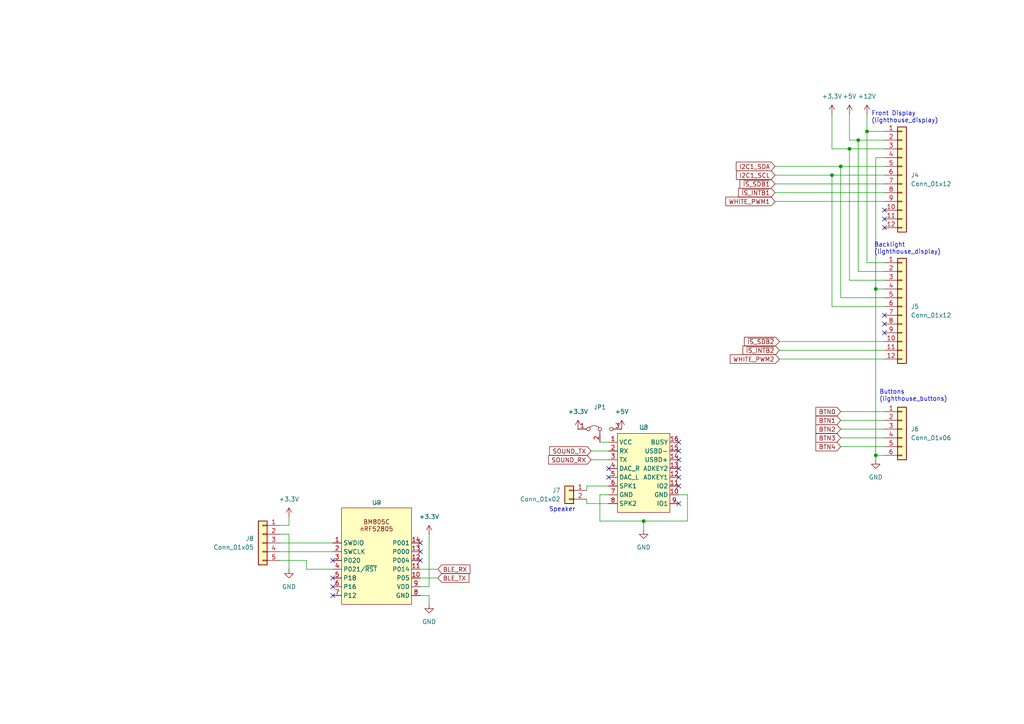
<source format=kicad_sch>
(kicad_sch (version 20250114) (generator "eeschema") (generator_version "9.0")
  (paper "A4")
  (lib_symbols
    (symbol "Connector_Generic:Conn_01x02" (pin_names (offset 1.016) (hide yes))
      (property "Reference" "J" (at 0 2.54 0))
      (property "Value" "Conn_01x02" (at 0 -5.08 0))
      (symbol "Conn_01x02_1_1"
        (rectangle (start -1.27 1.27) (end 1.27 -3.81) (stroke (width 0.254)) (fill (type background)))
        (rectangle (start -1.27 0.127) (end 0 -0.127) (stroke (width 0.1524)))
        (rectangle (start -1.27 -2.413) (end 0 -2.667) (stroke (width 0.1524)))
        (pin passive line (at -5.08 0 0) (length 3.81) (name "Pin_1") (number "1"))
        (pin passive line (at -5.08 -2.54 0) (length 3.81) (name "Pin_2") (number "2"))
      )
    )
    (symbol "Connector_Generic:Conn_01x05" (pin_names (offset 1.016) (hide yes))
      (property "Reference" "J" (at 0 7.62 0))
      (property "Value" "Conn_01x05" (at 0 -7.62 0))
      (symbol "Conn_01x05_1_1"
        (rectangle (start -1.27 6.35) (end 1.27 -6.35) (stroke (width 0.254)) (fill (type background)))
        (rectangle (start -1.27 5.207) (end 0 4.953) (stroke (width 0.1524)))
        (rectangle (start -1.27 2.667) (end 0 2.413) (stroke (width 0.1524)))
        (rectangle (start -1.27 0.127) (end 0 -0.127) (stroke (width 0.1524)))
        (rectangle (start -1.27 -2.413) (end 0 -2.667) (stroke (width 0.1524)))
        (rectangle (start -1.27 -4.953) (end 0 -5.207) (stroke (width 0.1524)))
        (pin passive line (at -5.08 5.08 0) (length 3.81) (name "Pin_1") (number "1"))
        (pin passive line (at -5.08 2.54 0) (length 3.81) (name "Pin_2") (number "2"))
        (pin passive line (at -5.08 0 0) (length 3.81) (name "Pin_3") (number "3"))
        (pin passive line (at -5.08 -2.54 0) (length 3.81) (name "Pin_4") (number "4"))
        (pin passive line (at -5.08 -5.08 0) (length 3.81) (name "Pin_5") (number "5"))
      )
    )
    (symbol "Connector_Generic:Conn_01x06" (pin_names (offset 1.016) (hide yes))
      (property "Reference" "J" (at 0 7.62 0))
      (property "Value" "Conn_01x06" (at 0 -10.16 0))
      (symbol "Conn_01x06_1_1"
        (rectangle (start -1.27 6.35) (end 1.27 -8.89) (stroke (width 0.254)) (fill (type background)))
        (rectangle (start -1.27 5.207) (end 0 4.953) (stroke (width 0.1524)))
        (rectangle (start -1.27 2.667) (end 0 2.413) (stroke (width 0.1524)))
        (rectangle (start -1.27 0.127) (end 0 -0.127) (stroke (width 0.1524)))
        (rectangle (start -1.27 -2.413) (end 0 -2.667) (stroke (width 0.1524)))
        (rectangle (start -1.27 -4.953) (end 0 -5.207) (stroke (width 0.1524)))
        (rectangle (start -1.27 -7.493) (end 0 -7.747) (stroke (width 0.1524)))
        (pin passive line (at -5.08 5.08 0) (length 3.81) (name "Pin_1") (number "1"))
        (pin passive line (at -5.08 2.54 0) (length 3.81) (name "Pin_2") (number "2"))
        (pin passive line (at -5.08 0 0) (length 3.81) (name "Pin_3") (number "3"))
        (pin passive line (at -5.08 -2.54 0) (length 3.81) (name "Pin_4") (number "4"))
        (pin passive line (at -5.08 -5.08 0) (length 3.81) (name "Pin_5") (number "5"))
        (pin passive line (at -5.08 -7.62 0) (length 3.81) (name "Pin_6") (number "6"))
      )
    )
    (symbol "Connector_Generic:Conn_01x12" (pin_names (offset 1.016) (hide yes))
      (property "Reference" "J" (at 0 15.24 0))
      (property "Value" "Conn_01x12" (at 0 -17.78 0))
      (symbol "Conn_01x12_1_1"
        (rectangle (start -1.27 13.97) (end 1.27 -16.51) (stroke (width 0.254)) (fill (type background)))
        (rectangle (start -1.27 12.827) (end 0 12.573) (stroke (width 0.1524)))
        (rectangle (start -1.27 10.287) (end 0 10.033) (stroke (width 0.1524)))
        (rectangle (start -1.27 7.747) (end 0 7.493) (stroke (width 0.1524)))
        (rectangle (start -1.27 5.207) (end 0 4.953) (stroke (width 0.1524)))
        (rectangle (start -1.27 2.667) (end 0 2.413) (stroke (width 0.1524)))
        (rectangle (start -1.27 0.127) (end 0 -0.127) (stroke (width 0.1524)))
        (rectangle (start -1.27 -2.413) (end 0 -2.667) (stroke (width 0.1524)))
        (rectangle (start -1.27 -4.953) (end 0 -5.207) (stroke (width 0.1524)))
        (rectangle (start -1.27 -7.493) (end 0 -7.747) (stroke (width 0.1524)))
        (rectangle (start -1.27 -10.033) (end 0 -10.287) (stroke (width 0.1524)))
        (rectangle (start -1.27 -12.573) (end 0 -12.827) (stroke (width 0.1524)))
        (rectangle (start -1.27 -15.113) (end 0 -15.367) (stroke (width 0.1524)))
        (pin passive line (at -5.08 12.7 0) (length 3.81) (name "Pin_1") (number "1"))
        (pin passive line (at -5.08 10.16 0) (length 3.81) (name "Pin_2") (number "2"))
        (pin passive line (at -5.08 7.62 0) (length 3.81) (name "Pin_3") (number "3"))
        (pin passive line (at -5.08 5.08 0) (length 3.81) (name "Pin_4") (number "4"))
        (pin passive line (at -5.08 2.54 0) (length 3.81) (name "Pin_5") (number "5"))
        (pin passive line (at -5.08 0 0) (length 3.81) (name "Pin_6") (number "6"))
        (pin passive line (at -5.08 -2.54 0) (length 3.81) (name "Pin_7") (number "7"))
        (pin passive line (at -5.08 -5.08 0) (length 3.81) (name "Pin_8") (number "8"))
        (pin passive line (at -5.08 -7.62 0) (length 3.81) (name "Pin_9") (number "9"))
        (pin passive line (at -5.08 -10.16 0) (length 3.81) (name "Pin_10") (number "10"))
        (pin passive line (at -5.08 -12.7 0) (length 3.81) (name "Pin_11") (number "11"))
        (pin passive line (at -5.08 -15.24 0) (length 3.81) (name "Pin_12") (number "12"))
      )
    )
    (symbol "Jumper:Jumper_3_Bridged12" (pin_names (offset 0) (hide yes)) (in_bom no)
      (property "Reference" "JP" (at -2.54 -2.54 0))
      (property "Value" "Jumper_3_Bridged12" (at 0 2.794 0))
      (symbol "Jumper_3_Bridged12_0_0"
        (circle (center -3.302 0) (radius 0.508))
        (circle (center 0 0) (radius 0.508))
        (circle (center 3.302 0) (radius 0.508))
      )
      (symbol "Jumper_3_Bridged12_0_1"
        (arc (start -3.048 0.508) (mid -1.651 0.9912) (end -0.254 0.508))
        (polyline (pts (xy 0 -1.27) (xy 0 -0.508)))
      )
      (symbol "Jumper_3_Bridged12_1_1"
        (pin passive line (at -6.35 0 0) (length 2.54) (name "A") (number "1"))
        (pin passive line (at 0 -3.81 90) (length 2.54) (name "C") (number "2"))
        (pin passive line (at 6.35 0 180) (length 2.54) (name "B") (number "3"))
      )
    )
    (symbol "lighthouse1:BC805M_nRF52805"
      (property "Reference" "U" (at 9.144 21.336 0))
      (symbol "BC805M_nRF52805_1_1"
        (rectangle (start -10.16 20.32) (end 10.16 -7.62) (fill (type background)))
        (text "BM805C\nnRF52805" (at 0 15.24 0) (effects (font (size 1.27 1.27))))
        (pin input line (at -12.7 10.16 0) (length 2.54) (name "SWDIO") (number "1"))
        (pin input line (at -12.7 7.62 0) (length 2.54) (name "SWCLK") (number "2"))
        (pin input line (at -12.7 5.08 0) (length 2.54) (name "P020") (number "3"))
        (pin input line (at -12.7 2.54 0) (length 2.54) (name "P021/~{RST}") (number "4"))
        (pin input line (at -12.7 0 0) (length 2.54) (name "P18") (number "5"))
        (pin input line (at -12.7 -2.54 0) (length 2.54) (name "P16") (number "6"))
        (pin input line (at -12.7 -5.08 0) (length 2.54) (name "P12") (number "7"))
        (pin input line (at 12.7 10.16 180) (length 2.54) (name "P001") (number "14"))
        (pin input line (at 12.7 7.62 180) (length 2.54) (name "P000") (number "13"))
        (pin input line (at 12.7 5.08 180) (length 2.54) (name "P004") (number "12"))
        (pin input line (at 12.7 2.54 180) (length 2.54) (name "P014") (number "11"))
        (pin input line (at 12.7 0 180) (length 2.54) (name "P05") (number "10"))
        (pin input line (at 12.7 -2.54 180) (length 2.54) (name "VDD") (number "9"))
        (pin input line (at 12.7 -5.08 180) (length 2.54) (name "GND") (number "8"))
      )
    )
    (symbol "lighthouse1:DFPlayer_Mini"
      (property "Reference" "U" (at 0 11.43 0))
      (symbol "DFPlayer_Mini_1_1"
        (rectangle (start -7.62 10.16) (end 7.62 -12.7) (fill (type background)))
        (pin input line (at -10.16 7.62 0) (length 2.54) (name "VCC") (number "1"))
        (pin input line (at -10.16 5.08 0) (length 2.54) (name "RX") (number "2"))
        (pin input line (at -10.16 2.54 0) (length 2.54) (name "TX") (number "3"))
        (pin input line (at -10.16 0 0) (length 2.54) (name "DAC_R") (number "4"))
        (pin input line (at -10.16 -2.54 0) (length 2.54) (name "DAC_L") (number "5"))
        (pin input line (at -10.16 -5.08 0) (length 2.54) (name "SPK1") (number "6"))
        (pin input line (at -10.16 -7.62 0) (length 2.54) (name "GND") (number "7"))
        (pin input line (at -10.16 -10.16 0) (length 2.54) (name "SPK2") (number "8"))
        (pin input line (at 10.16 7.62 180) (length 2.54) (name "BUSY") (number "16"))
        (pin input line (at 10.16 5.08 180) (length 2.54) (name "USBD-") (number "15"))
        (pin input line (at 10.16 2.54 180) (length 2.54) (name "USBD+") (number "14"))
        (pin input line (at 10.16 0 180) (length 2.54) (name "ADKEY2") (number "13"))
        (pin input line (at 10.16 -2.54 180) (length 2.54) (name "ADKEY1") (number "12"))
        (pin input line (at 10.16 -5.08 180) (length 2.54) (name "IO2") (number "11"))
        (pin input line (at 10.16 -7.62 180) (length 2.54) (name "GND") (number "10"))
        (pin input line (at 10.16 -10.16 180) (length 2.54) (name "IO1") (number "9"))
      )
    )
    (symbol "power:+12V" (power) (pin_numbers (hide yes)) (pin_names (offset 0) (hide yes))
      (property "Value" "+12V" (at 0 3.556 0))
      (symbol "+12V_0_1"
        (polyline (pts (xy -0.762 1.27) (xy 0 2.54)))
        (polyline (pts (xy 0 2.54) (xy 0.762 1.27)))
        (polyline (pts (xy 0 0) (xy 0 2.54)))
      )
      (symbol "+12V_1_1"
        (pin power_in line (at 0 0 90) (length 0) (name "~") (number "1"))
      )
    )
    (symbol "power:+3.3V" (power) (pin_numbers (hide yes)) (pin_names (offset 0) (hide yes))
      (property "Value" "+3.3V" (at 0 3.556 0))
      (symbol "+3.3V_0_1"
        (polyline (pts (xy -0.762 1.27) (xy 0 2.54)))
        (polyline (pts (xy 0 2.54) (xy 0.762 1.27)))
        (polyline (pts (xy 0 0) (xy 0 2.54)))
      )
      (symbol "+3.3V_1_1"
        (pin power_in line (at 0 0 90) (length 0) (name "~") (number "1"))
      )
    )
    (symbol "power:+5V" (power) (pin_numbers (hide yes)) (pin_names (offset 0) (hide yes))
      (property "Value" "+5V" (at 0 3.556 0))
      (symbol "+5V_0_1"
        (polyline (pts (xy -0.762 1.27) (xy 0 2.54)))
        (polyline (pts (xy 0 2.54) (xy 0.762 1.27)))
        (polyline (pts (xy 0 0) (xy 0 2.54)))
      )
      (symbol "+5V_1_1"
        (pin power_in line (at 0 0 90) (length 0) (name "~") (number "1"))
      )
    )
    (symbol "power:GND" (power) (pin_numbers (hide yes)) (pin_names (offset 0) (hide yes))
      (property "Value" "GND" (at 0 -3.81 0))
      (symbol "GND_0_1"
        (polyline (pts (xy 0 0) (xy 0 -1.27) (xy 1.27 -1.27) (xy 0 -2.54) (xy -1.27 -1.27) (xy 0 -1.27)))
      )
      (symbol "GND_1_1"
        (pin power_in line (at 0 0 270) (length 0) (name "~") (number "1"))
      )
    )
  )
  (text "Front Display\n(lighthouse_display)" (at 252.73 34.036 0) (effects (font (size 1.27 1.27)) (justify left)))
  (text "Speaker" (at 163.068 147.828 0) (effects (font (size 1.27 1.27))))
  (text "Buttons\n(lighthouse_buttons)" (at 255.016 114.808 0) (effects (font (size 1.27 1.27)) (justify left)))
  (text "Backlight\n(lighthouse_display)" (at 253.492 72.136 0) (effects (font (size 1.27 1.27)) (justify left)))
  (junction (at 241.3 50.8))
  (junction (at 251.46 38.1))
  (junction (at 248.92 40.64))
  (junction (at 254 132.08))
  (junction (at 243.84 48.26))
  (junction (at 186.69 151.13))
  (junction (at 254 83.82))
  (junction (at 246.38 43.18))
  (no_connect (at 121.92 162.56))
  (no_connect (at 196.85 133.35))
  (no_connect (at 121.92 160.02))
  (no_connect (at 256.54 66.04))
  (no_connect (at 176.53 135.89))
  (no_connect (at 196.85 138.43))
  (no_connect (at 256.54 93.98))
  (no_connect (at 176.53 138.43))
  (no_connect (at 256.54 60.96))
  (no_connect (at 196.85 135.89))
  (no_connect (at 96.52 170.18))
  (no_connect (at 96.52 172.72))
  (no_connect (at 196.85 128.27))
  (no_connect (at 256.54 63.5))
  (no_connect (at 121.92 157.48))
  (no_connect (at 196.85 130.81))
  (no_connect (at 96.52 167.64))
  (no_connect (at 196.85 140.97))
  (no_connect (at 256.54 91.44))
  (no_connect (at 196.85 146.05))
  (no_connect (at 96.52 162.56))
  (no_connect (at 256.54 96.52))
  (wire (pts (xy 246.38 81.28) (xy 256.54 81.28)))
  (wire (pts (xy 173.99 143.51) (xy 173.99 151.13)))
  (wire (pts (xy 173.99 151.13) (xy 186.69 151.13)))
  (wire (pts (xy 243.84 48.26) (xy 256.54 48.26)))
  (wire (pts (xy 121.92 167.64) (xy 127 167.64)))
  (wire (pts (xy 176.53 128.27) (xy 173.99 128.27)))
  (wire (pts (xy 186.69 151.13) (xy 186.69 153.67)))
  (wire (pts (xy 248.92 40.64) (xy 256.54 40.64)))
  (wire (pts (xy 176.53 140.97) (xy 170.18 140.97)))
  (wire (pts (xy 241.3 88.9) (xy 241.3 50.8)))
  (wire (pts (xy 224.79 58.42) (xy 256.54 58.42)))
  (wire (pts (xy 170.18 146.05) (xy 170.18 144.78)))
  (wire (pts (xy 254 132.08) (xy 254 83.82)))
  (wire (pts (xy 248.92 40.64) (xy 246.38 40.64)))
  (wire (pts (xy 83.82 154.94) (xy 83.82 165.1)))
  (wire (pts (xy 124.46 154.94) (xy 124.46 170.18)))
  (wire (pts (xy 254 132.08) (xy 254 133.35)))
  (wire (pts (xy 241.3 43.18) (xy 246.38 43.18)))
  (wire (pts (xy 226.06 99.06) (xy 256.54 99.06)))
  (wire (pts (xy 121.92 165.1) (xy 127 165.1)))
  (wire (pts (xy 199.39 143.51) (xy 196.85 143.51)))
  (wire (pts (xy 254 45.72) (xy 256.54 45.72)))
  (wire (pts (xy 241.3 88.9) (xy 256.54 88.9)))
  (wire (pts (xy 81.28 160.02) (xy 96.52 160.02)))
  (wire (pts (xy 254 83.82) (xy 256.54 83.82)))
  (wire (pts (xy 176.53 146.05) (xy 170.18 146.05)))
  (wire (pts (xy 243.84 129.54) (xy 256.54 129.54)))
  (wire (pts (xy 224.79 55.88) (xy 256.54 55.88)))
  (wire (pts (xy 121.92 170.18) (xy 124.46 170.18)))
  (wire (pts (xy 251.46 33.02) (xy 251.46 38.1)))
  (wire (pts (xy 248.92 78.74) (xy 256.54 78.74)))
  (wire (pts (xy 170.18 140.97) (xy 170.18 142.24)))
  (wire (pts (xy 243.84 119.38) (xy 256.54 119.38)))
  (wire (pts (xy 243.84 124.46) (xy 256.54 124.46)))
  (wire (pts (xy 186.69 151.13) (xy 199.39 151.13)))
  (wire (pts (xy 246.38 43.18) (xy 246.38 81.28)))
  (wire (pts (xy 243.84 48.26) (xy 243.84 86.36)))
  (wire (pts (xy 243.84 121.92) (xy 256.54 121.92)))
  (wire (pts (xy 88.9 162.56) (xy 88.9 165.1)))
  (wire (pts (xy 121.92 172.72) (xy 124.46 172.72)))
  (wire (pts (xy 256.54 86.36) (xy 243.84 86.36)))
  (wire (pts (xy 226.06 104.14) (xy 256.54 104.14)))
  (wire (pts (xy 248.92 40.64) (xy 248.92 78.74)))
  (wire (pts (xy 81.28 152.4) (xy 83.82 152.4)))
  (wire (pts (xy 241.3 50.8) (xy 256.54 50.8)))
  (wire (pts (xy 124.46 172.72) (xy 124.46 175.26)))
  (wire (pts (xy 199.39 151.13) (xy 199.39 143.51)))
  (wire (pts (xy 81.28 154.94) (xy 83.82 154.94)))
  (wire (pts (xy 251.46 76.2) (xy 256.54 76.2)))
  (wire (pts (xy 96.52 165.1) (xy 88.9 165.1)))
  (wire (pts (xy 171.45 133.35) (xy 176.53 133.35)))
  (wire (pts (xy 176.53 143.51) (xy 173.99 143.51)))
  (wire (pts (xy 226.06 101.6) (xy 256.54 101.6)))
  (wire (pts (xy 81.28 162.56) (xy 88.9 162.56)))
  (wire (pts (xy 254 132.08) (xy 256.54 132.08)))
  (wire (pts (xy 224.79 50.8) (xy 241.3 50.8)))
  (wire (pts (xy 246.38 33.02) (xy 246.38 40.64)))
  (wire (pts (xy 224.79 53.34) (xy 256.54 53.34)))
  (wire (pts (xy 254 83.82) (xy 254 45.72)))
  (wire (pts (xy 176.53 130.81) (xy 171.45 130.81)))
  (wire (pts (xy 81.28 157.48) (xy 96.52 157.48)))
  (wire (pts (xy 241.3 33.02) (xy 241.3 43.18)))
  (wire (pts (xy 83.82 149.86) (xy 83.82 152.4)))
  (wire (pts (xy 251.46 38.1) (xy 251.46 76.2)))
  (wire (pts (xy 224.79 48.26) (xy 243.84 48.26)))
  (wire (pts (xy 251.46 38.1) (xy 256.54 38.1)))
  (wire (pts (xy 246.38 43.18) (xy 256.54 43.18)))
  (wire (pts (xy 243.84 127) (xy 256.54 127)))
  (global_label "I2C1_SCL" (shape input) (at 224.79 50.8 180) (property "Intersheetrefs" "${INTERSHEET_REFS}" (effects (hide yes))))
  (global_label "BTN1" (shape input) (at 243.84 121.92 180) (property "Intersheetrefs" "${INTERSHEET_REFS}" (effects (hide yes))))
  (global_label "BTN3" (shape input) (at 243.84 127 180) (property "Intersheetrefs" "${INTERSHEET_REFS}" (effects (hide yes))))
  (global_label "~{IS_SDB2}" (shape input) (at 226.06 99.06 180) (property "Intersheetrefs" "${INTERSHEET_REFS}" (effects (hide yes))))
  (global_label "SOUND_RX" (shape input) (at 171.45 133.35 180) (property "Intersheetrefs" "${INTERSHEET_REFS}" (effects (hide yes))))
  (global_label "SOUND_TX" (shape input) (at 171.45 130.81 180) (property "Intersheetrefs" "${INTERSHEET_REFS}" (effects (hide yes))))
  (global_label "BLE_RX" (shape input) (at 127 165.1 0) (property "Intersheetrefs" "${INTERSHEET_REFS}" (effects (hide yes))))
  (global_label "WHITE_PWM1" (shape input) (at 224.79 58.42 180) (property "Intersheetrefs" "${INTERSHEET_REFS}" (effects (hide yes))))
  (global_label "~{IS_INTB2}" (shape input) (at 226.06 101.6 180) (property "Intersheetrefs" "${INTERSHEET_REFS}" (effects (hide yes))))
  (global_label "~{IS_INTB1}" (shape input) (at 224.79 55.88 180) (property "Intersheetrefs" "${INTERSHEET_REFS}" (effects (hide yes))))
  (global_label "BTN2" (shape input) (at 243.84 124.46 180) (property "Intersheetrefs" "${INTERSHEET_REFS}" (effects (hide yes))))
  (global_label "WHITE_PWM2" (shape input) (at 226.06 104.14 180) (property "Intersheetrefs" "${INTERSHEET_REFS}" (effects (hide yes))))
  (global_label "BTN0" (shape input) (at 243.84 119.38 180) (property "Intersheetrefs" "${INTERSHEET_REFS}" (effects (hide yes))))
  (global_label "~{IS_SDB1}" (shape input) (at 224.79 53.34 180) (property "Intersheetrefs" "${INTERSHEET_REFS}" (effects (hide yes))))
  (global_label "BTN4" (shape input) (at 243.84 129.54 180) (property "Intersheetrefs" "${INTERSHEET_REFS}" (effects (hide yes))))
  (global_label "BLE_TX" (shape input) (at 127 167.64 0) (property "Intersheetrefs" "${INTERSHEET_REFS}" (effects (hide yes))))
  (global_label "I2C1_SDA" (shape input) (at 224.79 48.26 180) (property "Intersheetrefs" "${INTERSHEET_REFS}" (effects (hide yes))))
  (symbol (lib_id "Connector_Generic:Conn_01x06") (at 261.62 124.46 0) (unit 1) (in_bom no)
    (property "Reference" "J6" (at 264.16 124.4599 0) (effects (justify left)))
    (property "Value" "Conn_01x06" (at 264.16 126.9999 0) (effects (justify left)))
    (property "Footprint" "Connector_Molex:Molex_Picoflex_90325-0006_2x03_P1.27mm_Vertical" (effects (hide yes)))
    (property "Description" "Generic connector, single row, 01x06, script generated (kicad-library-utils/schlib/autogen/connector/)" (effects (hide yes)))
  )
  (symbol (lib_id "power:GND") (at 254 133.35 0) (unit 1)
    (property "Reference" "#PWR026" (effects (hide yes)))
    (property "Value" "GND" (at 254 138.43 0))
    (property "Description" "Power symbol creates a global label with name \"GND\" , ground" (effects (hide yes)))
  )
  (symbol (lib_id "Connector_Generic:Conn_01x12") (at 261.62 50.8 0) (unit 1) (in_bom no)
    (property "Reference" "J4" (at 264.16 50.7999 0) (effects (justify left)))
    (property "Value" "Conn_01x12" (at 264.16 53.3399 0) (effects (justify left)))
    (property "Footprint" "Connector_Molex:Molex_Picoflex_90325-0012_2x06_P1.27mm_Vertical" (effects (hide yes)))
    (property "Description" "Generic connector, single row, 01x12, script generated (kicad-library-utils/schlib/autogen/connector/)" (effects (hide yes)))
  )
  (symbol (lib_id "Jumper:Jumper_3_Bridged12") (at 173.99 124.46 0) (unit 1) (exclude_from_sim yes) (in_bom no)
    (property "Reference" "JP1" (at 173.99 118.11 0))
    (property "Value" "Jumper_3_Bridged12" (effects (hide yes)))
    (property "Footprint" "Jumper:SolderJumper-3_P1.3mm_Bridged2Bar12_RoundedPad1.0x1.5mm" (effects (hide yes)))
    (property "Description" "Jumper, 3-pole, pins 1+2 closed/bridged" (effects (hide yes)))
  )
  (symbol (lib_id "power:+5V") (at 246.38 33.02 0) (unit 1)
    (property "Reference" "#PWR022" (effects (hide yes)))
    (property "Value" "+5V" (at 246.38 27.94 0))
    (property "Description" "Power symbol creates a global label with name \"+5V\"" (effects (hide yes)))
  )
  (symbol (lib_id "lighthouse1:DFPlayer_Mini") (at 186.69 135.89 0) (unit 1) (in_bom no)
    (property "Reference" "U8" (at 186.69 123.952 0))
    (property "Value" "~" (at 186.69 124.46 0))
    (property "Footprint" "lighthouse:DFPlayer_Mini-TF-16P" (effects (hide yes)))
  )
  (symbol (lib_id "power:+5V") (at 180.34 124.46 0) (unit 1)
    (property "Reference" "#PWR025" (effects (hide yes)))
    (property "Value" "+5V" (at 180.34 119.38 0))
    (property "Description" "Power symbol creates a global label with name \"+5V\"" (effects (hide yes)))
  )
  (symbol (lib_id "Connector_Generic:Conn_01x12") (at 261.62 88.9 0) (unit 1) (in_bom no)
    (property "Reference" "J5" (at 264.16 88.8999 0) (effects (justify left)))
    (property "Value" "Conn_01x12" (at 264.16 91.4399 0) (effects (justify left)))
    (property "Footprint" "Connector_Molex:Molex_Picoflex_90325-0012_2x06_P1.27mm_Vertical" (effects (hide yes)))
    (property "Description" "Generic connector, single row, 01x12, script generated (kicad-library-utils/schlib/autogen/connector/)" (effects (hide yes)))
  )
  (symbol (lib_id "Connector_Generic:Conn_01x05") (at 76.2 157.48 0) (mirror y) (unit 1) (in_bom no)
    (property "Reference" "J8" (at 73.66 156.2099 0) (effects (justify left)))
    (property "Value" "Conn_01x05" (at 73.66 158.7499 0) (effects (justify left)))
    (property "Footprint" "Connector_PinHeader_1.27mm:PinHeader_1x05_P1.27mm_Vertical" (effects (hide yes)))
    (property "Description" "Generic connector, single row, 01x05, script generated (kicad-library-utils/schlib/autogen/connector/)" (effects (hide yes)))
  )
  (symbol (lib_id "power:+3.3V") (at 167.64 124.46 0) (unit 1)
    (property "Reference" "#PWR024" (effects (hide yes)))
    (property "Value" "+3.3V" (at 167.64 119.38 0))
    (property "Description" "Power symbol creates a global label with name \"+3.3V\"" (effects (hide yes)))
  )
  (symbol (lib_id "power:+3.3V") (at 241.3 33.02 0) (unit 1)
    (property "Reference" "#PWR021" (effects (hide yes)))
    (property "Value" "+3.3V" (at 241.3 27.94 0))
    (property "Description" "Power symbol creates a global label with name \"+3.3V\"" (effects (hide yes)))
  )
  (symbol (lib_id "Connector_Generic:Conn_01x02") (at 165.1 142.24 0) (mirror y) (unit 1) (in_bom no)
    (property "Reference" "J7" (at 162.56 142.2399 0) (effects (justify left)))
    (property "Value" "Conn_01x02" (at 162.56 144.7799 0) (effects (justify left)))
    (property "Footprint" "Connector_PinHeader_2.54mm:PinHeader_1x02_P2.54mm_Vertical" (effects (hide yes)))
    (property "Description" "Generic connector, single row, 01x02, script generated (kicad-library-utils/schlib/autogen/connector/)" (effects (hide yes)))
  )
  (symbol (lib_id "power:GND") (at 83.82 165.1 0) (unit 1)
    (property "Reference" "#PWR030" (effects (hide yes)))
    (property "Value" "GND" (at 83.82 170.18 0))
    (property "Description" "Power symbol creates a global label with name \"GND\" , ground" (effects (hide yes)))
  )
  (symbol (lib_id "lighthouse1:BC805M_nRF52805") (at 109.22 167.64 0) (unit 1) (in_bom no)
    (property "Reference" "U9" (at 109.22 145.796 0))
    (property "Value" "~" (at 109.22 146.05 0))
    (property "Footprint" "lighthouse:BC805M" (effects (hide yes)))
  )
  (symbol (lib_id "power:+3.3V") (at 83.82 149.86 0) (unit 1)
    (property "Reference" "#PWR027" (effects (hide yes)))
    (property "Value" "+3.3V" (at 83.82 144.78 0))
    (property "Description" "Power symbol creates a global label with name \"+3.3V\"" (effects (hide yes)))
  )
  (symbol (lib_id "power:+12V") (at 251.46 33.02 0) (unit 1)
    (property "Reference" "#PWR023" (effects (hide yes)))
    (property "Value" "+12V" (at 251.46 27.94 0))
    (property "Description" "Power symbol creates a global label with name \"+12V\"" (effects (hide yes)))
  )
  (symbol (lib_id "power:+3.3V") (at 124.46 154.94 0) (unit 1)
    (property "Reference" "#PWR029" (effects (hide yes)))
    (property "Value" "+3.3V" (at 124.46 149.86 0))
    (property "Description" "Power symbol creates a global label with name \"+3.3V\"" (effects (hide yes)))
  )
  (symbol (lib_id "power:GND") (at 186.69 153.67 0) (unit 1)
    (property "Reference" "#PWR028" (effects (hide yes)))
    (property "Value" "GND" (at 186.69 158.75 0))
    (property "Description" "Power symbol creates a global label with name \"GND\" , ground" (effects (hide yes)))
  )
  (symbol (lib_id "power:GND") (at 124.46 175.26 0) (unit 1)
    (property "Reference" "#PWR031" (effects (hide yes)))
    (property "Value" "GND" (at 124.46 180.34 0))
    (property "Description" "Power symbol creates a global label with name \"GND\" , ground" (effects (hide yes)))
  )
)
</source>
